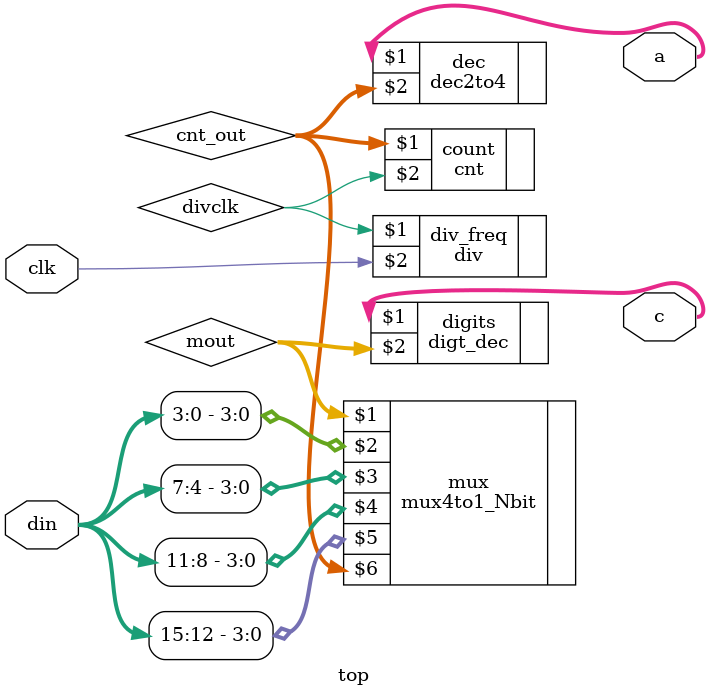
<source format=v>
`timescale 1ns / 1ps


module top(
    output [3:0] a,
    output [6:0] c,
    input clk,
    input [15:0] din
    );
    wire [3:0] mout;
    wire [1:0] cnt_out;
    wire divclk;
    
    div div_freq(divclk, clk);
    cnt count(cnt_out, divclk);
    mux4to1_Nbit mux(mout, din[3:0], din[7:4], din[11:8], din[15:12], cnt_out);
    dec2to4 dec(a, cnt_out);
    digt_dec digits(c, mout);
endmodule

</source>
